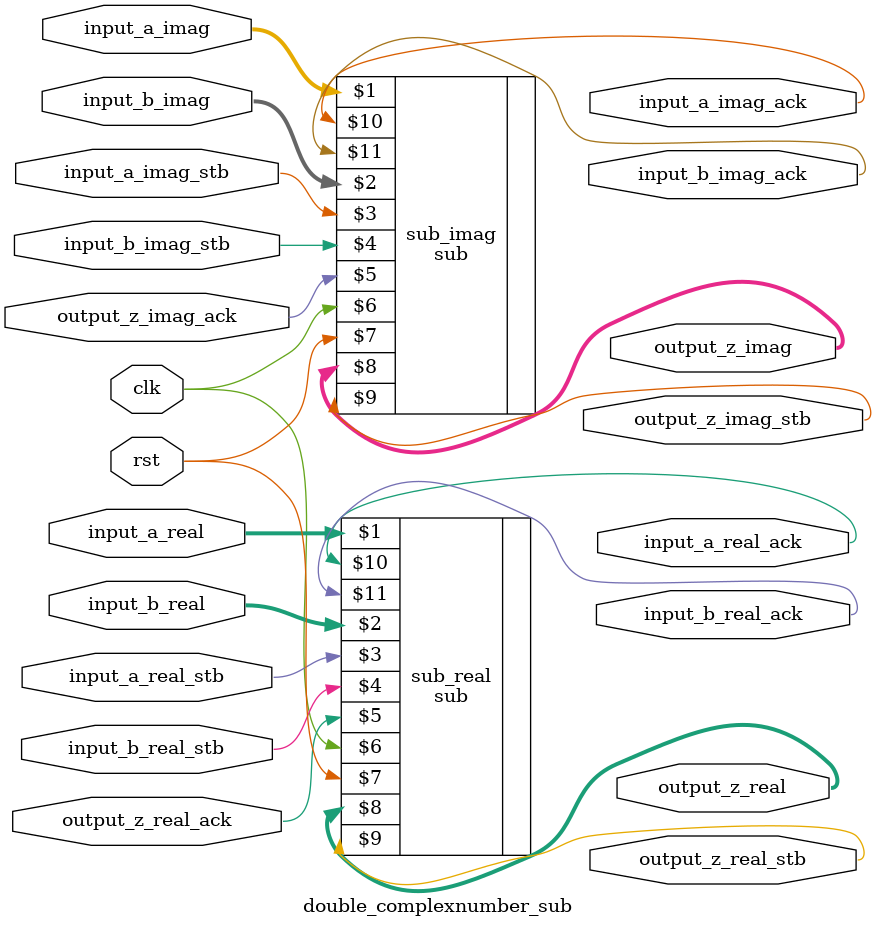
<source format=sv>
module double_complexnumber_sub(
    input_a_real,input_a_imag,input_a_real_stb,input_a_imag_stb, input_a_real_ack, input_a_imag_ack,
    input_b_real,input_b_imag,input_b_real_stb,input_b_imag_stb, input_b_real_ack, input_b_imag_ack,
    output_z_real,output_z_imag,output_z_real_stb,output_z_imag_stb,output_z_real_ack,output_z_imag_ack,
    clk,rst);

    input reg clk, rst;
    input reg [63:0]  input_a_real;
    input reg         input_a_real_stb;
    
    input reg [63:0]  input_a_imag;
    input reg         input_a_imag_stb;
    
    input reg [63:0]  input_b_real;
    input reg         input_b_real_stb;
    
    input reg [63:0]  input_b_imag;
    input reg         input_b_imag_stb;

    input reg         output_z_real_ack;
    output reg [63:0] output_z_real;
    output reg        output_z_real_stb;
    
    input reg         output_z_imag_ack;
    output reg [63:0] output_z_imag;
    output reg        output_z_imag_stb;
    
    output reg        input_a_real_ack;
    output reg        input_a_imag_ack;
    
    output reg        input_b_real_ack;
    output reg        input_b_imag_ack;

    sub sub_real(input_a_real, input_b_real, input_a_real_stb, input_b_real_stb, output_z_real_ack, clk, rst, output_z_real, output_z_real_stb, input_a_real_ack, input_b_real_ack);
    sub sub_imag(input_a_imag, input_b_imag, input_a_imag_stb, input_b_imag_stb, output_z_imag_ack, clk, rst, output_z_imag, output_z_imag_stb, input_a_imag_ack, input_b_imag_ack);

    endmodule
</source>
